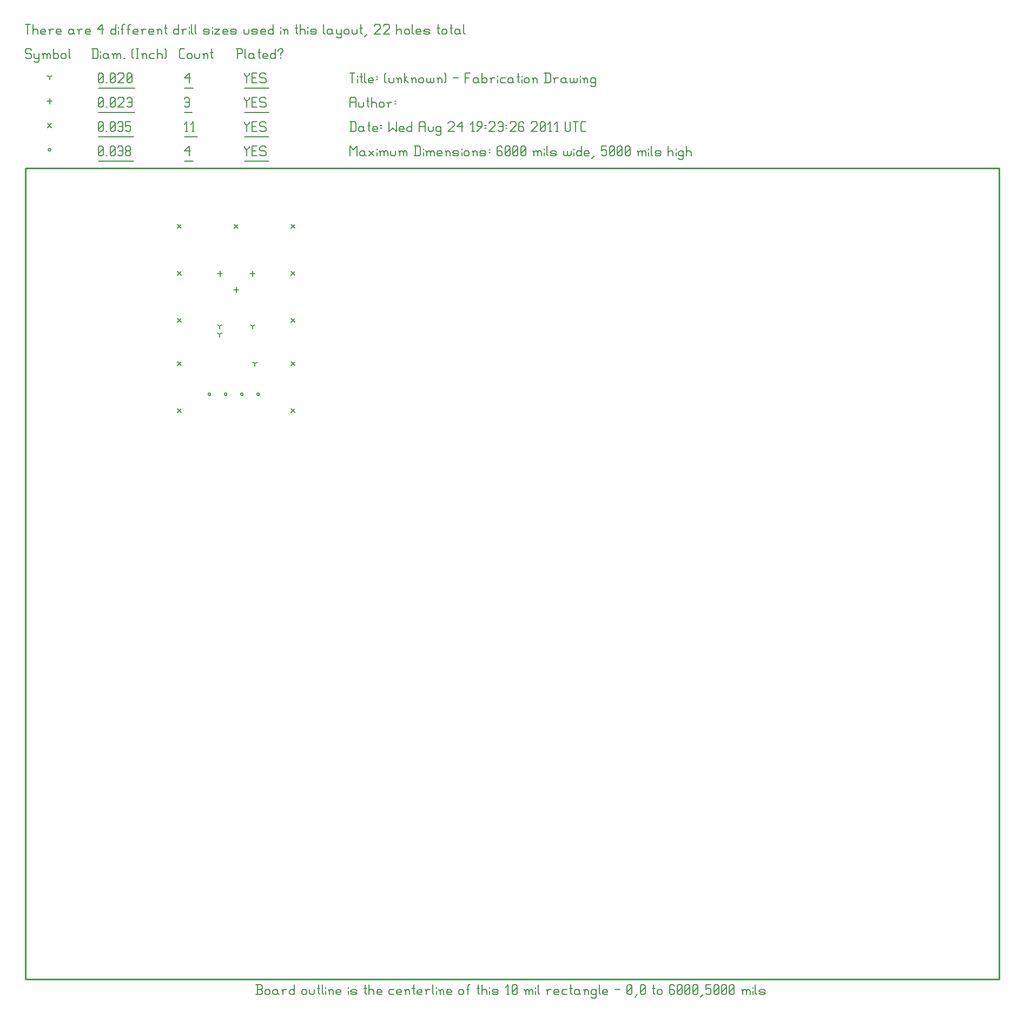
<source format=gbr>
G04 start of page 9 for group -3984 idx -3984 *
G04 Title: (unknown), fab *
G04 Creator: pcb 20100929 *
G04 CreationDate: Wed Aug 24 19:23:26 2011 UTC *
G04 For: user1 *
G04 Format: Gerber/RS-274X *
G04 PCB-Dimensions: 600000 500000 *
G04 PCB-Coordinate-Origin: lower left *
%MOIN*%
%FSLAX25Y25*%
%LNFAB*%
%ADD12C,0.0100*%
%ADD29C,0.0060*%
%ADD30R,0.0080X0.0080*%
G54D30*X112700Y360500D02*G75*G03X114300Y360500I800J0D01*G01*
G75*G03X112700Y360500I-800J0D01*G01*
X122700D02*G75*G03X124300Y360500I800J0D01*G01*
G75*G03X122700Y360500I-800J0D01*G01*
X132700D02*G75*G03X134300Y360500I800J0D01*G01*
G75*G03X132700Y360500I-800J0D01*G01*
X142700D02*G75*G03X144300Y360500I800J0D01*G01*
G75*G03X142700Y360500I-800J0D01*G01*
X14200Y511250D02*G75*G03X15800Y511250I800J0D01*G01*
G75*G03X14200Y511250I-800J0D01*G01*
G54D29*X135000Y513500D02*Y512750D01*
X136500Y511250D01*
X138000Y512750D01*
Y513500D02*Y512750D01*
X136500Y511250D02*Y507500D01*
X139801Y510500D02*X142051D01*
X139801Y507500D02*X142801D01*
X139801Y513500D02*Y507500D01*
Y513500D02*X142801D01*
X147603D02*X148353Y512750D01*
X145353Y513500D02*X147603D01*
X144603Y512750D02*X145353Y513500D01*
X144603Y512750D02*Y511250D01*
X145353Y510500D01*
X147603D01*
X148353Y509750D01*
Y508250D01*
X147603Y507500D02*X148353Y508250D01*
X145353Y507500D02*X147603D01*
X144603Y508250D02*X145353Y507500D01*
X135000Y504249D02*X150154D01*
X98000Y510500D02*X101000Y513500D01*
X98000Y510500D02*X101750D01*
X101000Y513500D02*Y507500D01*
X98000Y504249D02*X103551D01*
X45000Y508250D02*X45750Y507500D01*
X45000Y512750D02*Y508250D01*
Y512750D02*X45750Y513500D01*
X47250D01*
X48000Y512750D01*
Y508250D01*
X47250Y507500D02*X48000Y508250D01*
X45750Y507500D02*X47250D01*
X45000Y509000D02*X48000Y512000D01*
X49801Y507500D02*X50551D01*
X52353Y508250D02*X53103Y507500D01*
X52353Y512750D02*Y508250D01*
Y512750D02*X53103Y513500D01*
X54603D01*
X55353Y512750D01*
Y508250D01*
X54603Y507500D02*X55353Y508250D01*
X53103Y507500D02*X54603D01*
X52353Y509000D02*X55353Y512000D01*
X57154Y512750D02*X57904Y513500D01*
X59404D01*
X60154Y512750D01*
Y508250D01*
X59404Y507500D02*X60154Y508250D01*
X57904Y507500D02*X59404D01*
X57154Y508250D02*X57904Y507500D01*
Y510500D02*X60154D01*
X61956Y508250D02*X62706Y507500D01*
X61956Y509750D02*Y508250D01*
Y509750D02*X62706Y510500D01*
X64206D01*
X64956Y509750D01*
Y508250D01*
X64206Y507500D02*X64956Y508250D01*
X62706Y507500D02*X64206D01*
X61956Y511250D02*X62706Y510500D01*
X61956Y512750D02*Y511250D01*
Y512750D02*X62706Y513500D01*
X64206D01*
X64956Y512750D01*
Y511250D01*
X64206Y510500D02*X64956Y511250D01*
X45000Y504249D02*X66757D01*
X163800Y380700D02*X166200Y378300D01*
X163800D02*X166200Y380700D01*
X93800D02*X96200Y378300D01*
X93800D02*X96200Y380700D01*
X163800Y465200D02*X166200Y462800D01*
X163800D02*X166200Y465200D01*
X163800Y407200D02*X166200Y404800D01*
X163800D02*X166200Y407200D01*
X93800Y465200D02*X96200Y462800D01*
X93800D02*X96200Y465200D01*
X93800Y407200D02*X96200Y404800D01*
X93800D02*X96200Y407200D01*
X93800Y436200D02*X96200Y433800D01*
X93800D02*X96200Y436200D01*
X163800D02*X166200Y433800D01*
X163800D02*X166200Y436200D01*
X128800Y465200D02*X131200Y462800D01*
X128800D02*X131200Y465200D01*
X93800Y351700D02*X96200Y349300D01*
X93800D02*X96200Y351700D01*
X163800D02*X166200Y349300D01*
X163800D02*X166200Y351700D01*
X13800Y527450D02*X16200Y525050D01*
X13800D02*X16200Y527450D01*
X135000Y528500D02*Y527750D01*
X136500Y526250D01*
X138000Y527750D01*
Y528500D02*Y527750D01*
X136500Y526250D02*Y522500D01*
X139801Y525500D02*X142051D01*
X139801Y522500D02*X142801D01*
X139801Y528500D02*Y522500D01*
Y528500D02*X142801D01*
X147603D02*X148353Y527750D01*
X145353Y528500D02*X147603D01*
X144603Y527750D02*X145353Y528500D01*
X144603Y527750D02*Y526250D01*
X145353Y525500D01*
X147603D01*
X148353Y524750D01*
Y523250D01*
X147603Y522500D02*X148353Y523250D01*
X145353Y522500D02*X147603D01*
X144603Y523250D02*X145353Y522500D01*
X135000Y519249D02*X150154D01*
X98750Y522500D02*X100250D01*
X99500Y528500D02*Y522500D01*
X98000Y527000D02*X99500Y528500D01*
X102801Y522500D02*X104301D01*
X103551Y528500D02*Y522500D01*
X102051Y527000D02*X103551Y528500D01*
X98000Y519249D02*X106103D01*
X45000Y523250D02*X45750Y522500D01*
X45000Y527750D02*Y523250D01*
Y527750D02*X45750Y528500D01*
X47250D01*
X48000Y527750D01*
Y523250D01*
X47250Y522500D02*X48000Y523250D01*
X45750Y522500D02*X47250D01*
X45000Y524000D02*X48000Y527000D01*
X49801Y522500D02*X50551D01*
X52353Y523250D02*X53103Y522500D01*
X52353Y527750D02*Y523250D01*
Y527750D02*X53103Y528500D01*
X54603D01*
X55353Y527750D01*
Y523250D01*
X54603Y522500D02*X55353Y523250D01*
X53103Y522500D02*X54603D01*
X52353Y524000D02*X55353Y527000D01*
X57154Y527750D02*X57904Y528500D01*
X59404D01*
X60154Y527750D01*
Y523250D01*
X59404Y522500D02*X60154Y523250D01*
X57904Y522500D02*X59404D01*
X57154Y523250D02*X57904Y522500D01*
Y525500D02*X60154D01*
X61956Y528500D02*X64956D01*
X61956D02*Y525500D01*
X62706Y526250D01*
X64206D01*
X64956Y525500D01*
Y523250D01*
X64206Y522500D02*X64956Y523250D01*
X62706Y522500D02*X64206D01*
X61956Y523250D02*X62706Y522500D01*
X45000Y519249D02*X66757D01*
X140000Y436600D02*Y433400D01*
X138400Y435000D02*X141600D01*
X120000Y436600D02*Y433400D01*
X118400Y435000D02*X121600D01*
X130000Y426600D02*Y423400D01*
X128400Y425000D02*X131600D01*
X15000Y542850D02*Y539650D01*
X13400Y541250D02*X16600D01*
X135000Y543500D02*Y542750D01*
X136500Y541250D01*
X138000Y542750D01*
Y543500D02*Y542750D01*
X136500Y541250D02*Y537500D01*
X139801Y540500D02*X142051D01*
X139801Y537500D02*X142801D01*
X139801Y543500D02*Y537500D01*
Y543500D02*X142801D01*
X147603D02*X148353Y542750D01*
X145353Y543500D02*X147603D01*
X144603Y542750D02*X145353Y543500D01*
X144603Y542750D02*Y541250D01*
X145353Y540500D01*
X147603D01*
X148353Y539750D01*
Y538250D01*
X147603Y537500D02*X148353Y538250D01*
X145353Y537500D02*X147603D01*
X144603Y538250D02*X145353Y537500D01*
X135000Y534249D02*X150154D01*
X98000Y542750D02*X98750Y543500D01*
X100250D01*
X101000Y542750D01*
Y538250D01*
X100250Y537500D02*X101000Y538250D01*
X98750Y537500D02*X100250D01*
X98000Y538250D02*X98750Y537500D01*
Y540500D02*X101000D01*
X98000Y534249D02*X102801D01*
X45000Y538250D02*X45750Y537500D01*
X45000Y542750D02*Y538250D01*
Y542750D02*X45750Y543500D01*
X47250D01*
X48000Y542750D01*
Y538250D01*
X47250Y537500D02*X48000Y538250D01*
X45750Y537500D02*X47250D01*
X45000Y539000D02*X48000Y542000D01*
X49801Y537500D02*X50551D01*
X52353Y538250D02*X53103Y537500D01*
X52353Y542750D02*Y538250D01*
Y542750D02*X53103Y543500D01*
X54603D01*
X55353Y542750D01*
Y538250D01*
X54603Y537500D02*X55353Y538250D01*
X53103Y537500D02*X54603D01*
X52353Y539000D02*X55353Y542000D01*
X57154Y542750D02*X57904Y543500D01*
X60154D01*
X60904Y542750D01*
Y541250D01*
X57154Y537500D02*X60904Y541250D01*
X57154Y537500D02*X60904D01*
X62706Y542750D02*X63456Y543500D01*
X64956D01*
X65706Y542750D01*
Y538250D01*
X64956Y537500D02*X65706Y538250D01*
X63456Y537500D02*X64956D01*
X62706Y538250D02*X63456Y537500D01*
Y540500D02*X65706D01*
X45000Y534249D02*X67507D01*
X119750Y402500D02*Y400900D01*
Y402500D02*X121136Y403300D01*
X119750Y402500D02*X118364Y403300D01*
X140250Y402500D02*Y400900D01*
Y402500D02*X141636Y403300D01*
X140250Y402500D02*X138864Y403300D01*
X119750Y397500D02*Y395900D01*
Y397500D02*X121136Y398300D01*
X119750Y397500D02*X118364Y398300D01*
X141595Y379500D02*Y377900D01*
Y379500D02*X142981Y380300D01*
X141595Y379500D02*X140209Y380300D01*
X15000Y556250D02*Y554650D01*
Y556250D02*X16386Y557050D01*
X15000Y556250D02*X13614Y557050D01*
X135000Y558500D02*Y557750D01*
X136500Y556250D01*
X138000Y557750D01*
Y558500D02*Y557750D01*
X136500Y556250D02*Y552500D01*
X139801Y555500D02*X142051D01*
X139801Y552500D02*X142801D01*
X139801Y558500D02*Y552500D01*
Y558500D02*X142801D01*
X147603D02*X148353Y557750D01*
X145353Y558500D02*X147603D01*
X144603Y557750D02*X145353Y558500D01*
X144603Y557750D02*Y556250D01*
X145353Y555500D01*
X147603D01*
X148353Y554750D01*
Y553250D01*
X147603Y552500D02*X148353Y553250D01*
X145353Y552500D02*X147603D01*
X144603Y553250D02*X145353Y552500D01*
X135000Y549249D02*X150154D01*
X98000Y555500D02*X101000Y558500D01*
X98000Y555500D02*X101750D01*
X101000Y558500D02*Y552500D01*
X98000Y549249D02*X103551D01*
X45000Y553250D02*X45750Y552500D01*
X45000Y557750D02*Y553250D01*
Y557750D02*X45750Y558500D01*
X47250D01*
X48000Y557750D01*
Y553250D01*
X47250Y552500D02*X48000Y553250D01*
X45750Y552500D02*X47250D01*
X45000Y554000D02*X48000Y557000D01*
X49801Y552500D02*X50551D01*
X52353Y553250D02*X53103Y552500D01*
X52353Y557750D02*Y553250D01*
Y557750D02*X53103Y558500D01*
X54603D01*
X55353Y557750D01*
Y553250D01*
X54603Y552500D02*X55353Y553250D01*
X53103Y552500D02*X54603D01*
X52353Y554000D02*X55353Y557000D01*
X57154Y557750D02*X57904Y558500D01*
X60154D01*
X60904Y557750D01*
Y556250D01*
X57154Y552500D02*X60904Y556250D01*
X57154Y552500D02*X60904D01*
X62706Y553250D02*X63456Y552500D01*
X62706Y557750D02*Y553250D01*
Y557750D02*X63456Y558500D01*
X64956D01*
X65706Y557750D01*
Y553250D01*
X64956Y552500D02*X65706Y553250D01*
X63456Y552500D02*X64956D01*
X62706Y554000D02*X65706Y557000D01*
X45000Y549249D02*X67507D01*
X3000Y573500D02*X3750Y572750D01*
X750Y573500D02*X3000D01*
X0Y572750D02*X750Y573500D01*
X0Y572750D02*Y571250D01*
X750Y570500D01*
X3000D01*
X3750Y569750D01*
Y568250D01*
X3000Y567500D02*X3750Y568250D01*
X750Y567500D02*X3000D01*
X0Y568250D02*X750Y567500D01*
X5551Y570500D02*Y568250D01*
X6301Y567500D01*
X8551Y570500D02*Y566000D01*
X7801Y565250D02*X8551Y566000D01*
X6301Y565250D02*X7801D01*
X5551Y566000D02*X6301Y565250D01*
Y567500D02*X7801D01*
X8551Y568250D01*
X11103Y569750D02*Y567500D01*
Y569750D02*X11853Y570500D01*
X12603D01*
X13353Y569750D01*
Y567500D01*
Y569750D02*X14103Y570500D01*
X14853D01*
X15603Y569750D01*
Y567500D01*
X10353Y570500D02*X11103Y569750D01*
X17404Y573500D02*Y567500D01*
Y568250D02*X18154Y567500D01*
X19654D01*
X20404Y568250D01*
Y569750D02*Y568250D01*
X19654Y570500D02*X20404Y569750D01*
X18154Y570500D02*X19654D01*
X17404Y569750D02*X18154Y570500D01*
X22206Y569750D02*Y568250D01*
Y569750D02*X22956Y570500D01*
X24456D01*
X25206Y569750D01*
Y568250D01*
X24456Y567500D02*X25206Y568250D01*
X22956Y567500D02*X24456D01*
X22206Y568250D02*X22956Y567500D01*
X27007Y573500D02*Y568250D01*
X27757Y567500D01*
X41750Y573500D02*Y567500D01*
X44000Y573500D02*X44750Y572750D01*
Y568250D01*
X44000Y567500D02*X44750Y568250D01*
X41000Y567500D02*X44000D01*
X41000Y573500D02*X44000D01*
X46551Y572000D02*Y571250D01*
Y569750D02*Y567500D01*
X50303Y570500D02*X51053Y569750D01*
X48803Y570500D02*X50303D01*
X48053Y569750D02*X48803Y570500D01*
X48053Y569750D02*Y568250D01*
X48803Y567500D01*
X51053Y570500D02*Y568250D01*
X51803Y567500D01*
X48803D02*X50303D01*
X51053Y568250D01*
X54354Y569750D02*Y567500D01*
Y569750D02*X55104Y570500D01*
X55854D01*
X56604Y569750D01*
Y567500D01*
Y569750D02*X57354Y570500D01*
X58104D01*
X58854Y569750D01*
Y567500D01*
X53604Y570500D02*X54354Y569750D01*
X60656Y567500D02*X61406D01*
X65907Y568250D02*X66657Y567500D01*
X65907Y572750D02*X66657Y573500D01*
X65907Y572750D02*Y568250D01*
X68459Y573500D02*X69959D01*
X69209D02*Y567500D01*
X68459D02*X69959D01*
X72510Y569750D02*Y567500D01*
Y569750D02*X73260Y570500D01*
X74010D01*
X74760Y569750D01*
Y567500D01*
X71760Y570500D02*X72510Y569750D01*
X77312Y570500D02*X79562D01*
X76562Y569750D02*X77312Y570500D01*
X76562Y569750D02*Y568250D01*
X77312Y567500D01*
X79562D01*
X81363Y573500D02*Y567500D01*
Y569750D02*X82113Y570500D01*
X83613D01*
X84363Y569750D01*
Y567500D01*
X86165Y573500D02*X86915Y572750D01*
Y568250D01*
X86165Y567500D02*X86915Y568250D01*
X95750Y567500D02*X98000D01*
X95000Y568250D02*X95750Y567500D01*
X95000Y572750D02*Y568250D01*
Y572750D02*X95750Y573500D01*
X98000D01*
X99801Y569750D02*Y568250D01*
Y569750D02*X100551Y570500D01*
X102051D01*
X102801Y569750D01*
Y568250D01*
X102051Y567500D02*X102801Y568250D01*
X100551Y567500D02*X102051D01*
X99801Y568250D02*X100551Y567500D01*
X104603Y570500D02*Y568250D01*
X105353Y567500D01*
X106853D01*
X107603Y568250D01*
Y570500D02*Y568250D01*
X110154Y569750D02*Y567500D01*
Y569750D02*X110904Y570500D01*
X111654D01*
X112404Y569750D01*
Y567500D01*
X109404Y570500D02*X110154Y569750D01*
X114956Y573500D02*Y568250D01*
X115706Y567500D01*
X114206Y571250D02*X115706D01*
X130750Y573500D02*Y567500D01*
X130000Y573500D02*X133000D01*
X133750Y572750D01*
Y571250D01*
X133000Y570500D02*X133750Y571250D01*
X130750Y570500D02*X133000D01*
X135551Y573500D02*Y568250D01*
X136301Y567500D01*
X140053Y570500D02*X140803Y569750D01*
X138553Y570500D02*X140053D01*
X137803Y569750D02*X138553Y570500D01*
X137803Y569750D02*Y568250D01*
X138553Y567500D01*
X140803Y570500D02*Y568250D01*
X141553Y567500D01*
X138553D02*X140053D01*
X140803Y568250D01*
X144104Y573500D02*Y568250D01*
X144854Y567500D01*
X143354Y571250D02*X144854D01*
X147106Y567500D02*X149356D01*
X146356Y568250D02*X147106Y567500D01*
X146356Y569750D02*Y568250D01*
Y569750D02*X147106Y570500D01*
X148606D01*
X149356Y569750D01*
X146356Y569000D02*X149356D01*
Y569750D02*Y569000D01*
X154157Y573500D02*Y567500D01*
X153407D02*X154157Y568250D01*
X151907Y567500D02*X153407D01*
X151157Y568250D02*X151907Y567500D01*
X151157Y569750D02*Y568250D01*
Y569750D02*X151907Y570500D01*
X153407D01*
X154157Y569750D01*
X157459Y570500D02*Y569750D01*
Y568250D02*Y567500D01*
X155959Y572750D02*Y572000D01*
Y572750D02*X156709Y573500D01*
X158209D01*
X158959Y572750D01*
Y572000D01*
X157459Y570500D02*X158959Y572000D01*
X0Y588500D02*X3000D01*
X1500D02*Y582500D01*
X4801Y588500D02*Y582500D01*
Y584750D02*X5551Y585500D01*
X7051D01*
X7801Y584750D01*
Y582500D01*
X10353D02*X12603D01*
X9603Y583250D02*X10353Y582500D01*
X9603Y584750D02*Y583250D01*
Y584750D02*X10353Y585500D01*
X11853D01*
X12603Y584750D01*
X9603Y584000D02*X12603D01*
Y584750D02*Y584000D01*
X15154Y584750D02*Y582500D01*
Y584750D02*X15904Y585500D01*
X17404D01*
X14404D02*X15154Y584750D01*
X19956Y582500D02*X22206D01*
X19206Y583250D02*X19956Y582500D01*
X19206Y584750D02*Y583250D01*
Y584750D02*X19956Y585500D01*
X21456D01*
X22206Y584750D01*
X19206Y584000D02*X22206D01*
Y584750D02*Y584000D01*
X28957Y585500D02*X29707Y584750D01*
X27457Y585500D02*X28957D01*
X26707Y584750D02*X27457Y585500D01*
X26707Y584750D02*Y583250D01*
X27457Y582500D01*
X29707Y585500D02*Y583250D01*
X30457Y582500D01*
X27457D02*X28957D01*
X29707Y583250D01*
X33009Y584750D02*Y582500D01*
Y584750D02*X33759Y585500D01*
X35259D01*
X32259D02*X33009Y584750D01*
X37810Y582500D02*X40060D01*
X37060Y583250D02*X37810Y582500D01*
X37060Y584750D02*Y583250D01*
Y584750D02*X37810Y585500D01*
X39310D01*
X40060Y584750D01*
X37060Y584000D02*X40060D01*
Y584750D02*Y584000D01*
X44562Y585500D02*X47562Y588500D01*
X44562Y585500D02*X48312D01*
X47562Y588500D02*Y582500D01*
X55813Y588500D02*Y582500D01*
X55063D02*X55813Y583250D01*
X53563Y582500D02*X55063D01*
X52813Y583250D02*X53563Y582500D01*
X52813Y584750D02*Y583250D01*
Y584750D02*X53563Y585500D01*
X55063D01*
X55813Y584750D01*
X57615Y587000D02*Y586250D01*
Y584750D02*Y582500D01*
X59866Y587750D02*Y582500D01*
Y587750D02*X60616Y588500D01*
X61366D01*
X59116Y585500D02*X60616D01*
X63618Y587750D02*Y582500D01*
Y587750D02*X64368Y588500D01*
X65118D01*
X62868Y585500D02*X64368D01*
X67369Y582500D02*X69619D01*
X66619Y583250D02*X67369Y582500D01*
X66619Y584750D02*Y583250D01*
Y584750D02*X67369Y585500D01*
X68869D01*
X69619Y584750D01*
X66619Y584000D02*X69619D01*
Y584750D02*Y584000D01*
X72171Y584750D02*Y582500D01*
Y584750D02*X72921Y585500D01*
X74421D01*
X71421D02*X72171Y584750D01*
X76972Y582500D02*X79222D01*
X76222Y583250D02*X76972Y582500D01*
X76222Y584750D02*Y583250D01*
Y584750D02*X76972Y585500D01*
X78472D01*
X79222Y584750D01*
X76222Y584000D02*X79222D01*
Y584750D02*Y584000D01*
X81774Y584750D02*Y582500D01*
Y584750D02*X82524Y585500D01*
X83274D01*
X84024Y584750D01*
Y582500D01*
X81024Y585500D02*X81774Y584750D01*
X86575Y588500D02*Y583250D01*
X87325Y582500D01*
X85825Y586250D02*X87325D01*
X94527Y588500D02*Y582500D01*
X93777D02*X94527Y583250D01*
X92277Y582500D02*X93777D01*
X91527Y583250D02*X92277Y582500D01*
X91527Y584750D02*Y583250D01*
Y584750D02*X92277Y585500D01*
X93777D01*
X94527Y584750D01*
X97078D02*Y582500D01*
Y584750D02*X97828Y585500D01*
X99328D01*
X96328D02*X97078Y584750D01*
X101130Y587000D02*Y586250D01*
Y584750D02*Y582500D01*
X102631Y588500D02*Y583250D01*
X103381Y582500D01*
X104883Y588500D02*Y583250D01*
X105633Y582500D01*
X110584D02*X112834D01*
X113584Y583250D01*
X112834Y584000D02*X113584Y583250D01*
X110584Y584000D02*X112834D01*
X109834Y584750D02*X110584Y584000D01*
X109834Y584750D02*X110584Y585500D01*
X112834D01*
X113584Y584750D01*
X109834Y583250D02*X110584Y582500D01*
X115386Y587000D02*Y586250D01*
Y584750D02*Y582500D01*
X116887Y585500D02*X119887D01*
X116887Y582500D02*X119887Y585500D01*
X116887Y582500D02*X119887D01*
X122439D02*X124689D01*
X121689Y583250D02*X122439Y582500D01*
X121689Y584750D02*Y583250D01*
Y584750D02*X122439Y585500D01*
X123939D01*
X124689Y584750D01*
X121689Y584000D02*X124689D01*
Y584750D02*Y584000D01*
X127240Y582500D02*X129490D01*
X130240Y583250D01*
X129490Y584000D02*X130240Y583250D01*
X127240Y584000D02*X129490D01*
X126490Y584750D02*X127240Y584000D01*
X126490Y584750D02*X127240Y585500D01*
X129490D01*
X130240Y584750D01*
X126490Y583250D02*X127240Y582500D01*
X134742Y585500D02*Y583250D01*
X135492Y582500D01*
X136992D01*
X137742Y583250D01*
Y585500D02*Y583250D01*
X140293Y582500D02*X142543D01*
X143293Y583250D01*
X142543Y584000D02*X143293Y583250D01*
X140293Y584000D02*X142543D01*
X139543Y584750D02*X140293Y584000D01*
X139543Y584750D02*X140293Y585500D01*
X142543D01*
X143293Y584750D01*
X139543Y583250D02*X140293Y582500D01*
X145845D02*X148095D01*
X145095Y583250D02*X145845Y582500D01*
X145095Y584750D02*Y583250D01*
Y584750D02*X145845Y585500D01*
X147345D01*
X148095Y584750D01*
X145095Y584000D02*X148095D01*
Y584750D02*Y584000D01*
X152896Y588500D02*Y582500D01*
X152146D02*X152896Y583250D01*
X150646Y582500D02*X152146D01*
X149896Y583250D02*X150646Y582500D01*
X149896Y584750D02*Y583250D01*
Y584750D02*X150646Y585500D01*
X152146D01*
X152896Y584750D01*
X157398Y587000D02*Y586250D01*
Y584750D02*Y582500D01*
X159649Y584750D02*Y582500D01*
Y584750D02*X160399Y585500D01*
X161149D01*
X161899Y584750D01*
Y582500D01*
X158899Y585500D02*X159649Y584750D01*
X167151Y588500D02*Y583250D01*
X167901Y582500D01*
X166401Y586250D02*X167901D01*
X169402Y588500D02*Y582500D01*
Y584750D02*X170152Y585500D01*
X171652D01*
X172402Y584750D01*
Y582500D01*
X174204Y587000D02*Y586250D01*
Y584750D02*Y582500D01*
X176455D02*X178705D01*
X179455Y583250D01*
X178705Y584000D02*X179455Y583250D01*
X176455Y584000D02*X178705D01*
X175705Y584750D02*X176455Y584000D01*
X175705Y584750D02*X176455Y585500D01*
X178705D01*
X179455Y584750D01*
X175705Y583250D02*X176455Y582500D01*
X183957Y588500D02*Y583250D01*
X184707Y582500D01*
X188458Y585500D02*X189208Y584750D01*
X186958Y585500D02*X188458D01*
X186208Y584750D02*X186958Y585500D01*
X186208Y584750D02*Y583250D01*
X186958Y582500D01*
X189208Y585500D02*Y583250D01*
X189958Y582500D01*
X186958D02*X188458D01*
X189208Y583250D01*
X191760Y585500D02*Y583250D01*
X192510Y582500D01*
X194760Y585500D02*Y581000D01*
X194010Y580250D02*X194760Y581000D01*
X192510Y580250D02*X194010D01*
X191760Y581000D02*X192510Y580250D01*
Y582500D02*X194010D01*
X194760Y583250D01*
X196561Y584750D02*Y583250D01*
Y584750D02*X197311Y585500D01*
X198811D01*
X199561Y584750D01*
Y583250D01*
X198811Y582500D02*X199561Y583250D01*
X197311Y582500D02*X198811D01*
X196561Y583250D02*X197311Y582500D01*
X201363Y585500D02*Y583250D01*
X202113Y582500D01*
X203613D01*
X204363Y583250D01*
Y585500D02*Y583250D01*
X206914Y588500D02*Y583250D01*
X207664Y582500D01*
X206164Y586250D02*X207664D01*
X209166Y581000D02*X210666Y582500D01*
X215167Y587750D02*X215917Y588500D01*
X218167D01*
X218917Y587750D01*
Y586250D01*
X215167Y582500D02*X218917Y586250D01*
X215167Y582500D02*X218917D01*
X220719Y587750D02*X221469Y588500D01*
X223719D01*
X224469Y587750D01*
Y586250D01*
X220719Y582500D02*X224469Y586250D01*
X220719Y582500D02*X224469D01*
X228970Y588500D02*Y582500D01*
Y584750D02*X229720Y585500D01*
X231220D01*
X231970Y584750D01*
Y582500D01*
X233772Y584750D02*Y583250D01*
Y584750D02*X234522Y585500D01*
X236022D01*
X236772Y584750D01*
Y583250D01*
X236022Y582500D02*X236772Y583250D01*
X234522Y582500D02*X236022D01*
X233772Y583250D02*X234522Y582500D01*
X238573Y588500D02*Y583250D01*
X239323Y582500D01*
X241575D02*X243825D01*
X240825Y583250D02*X241575Y582500D01*
X240825Y584750D02*Y583250D01*
Y584750D02*X241575Y585500D01*
X243075D01*
X243825Y584750D01*
X240825Y584000D02*X243825D01*
Y584750D02*Y584000D01*
X246376Y582500D02*X248626D01*
X249376Y583250D01*
X248626Y584000D02*X249376Y583250D01*
X246376Y584000D02*X248626D01*
X245626Y584750D02*X246376Y584000D01*
X245626Y584750D02*X246376Y585500D01*
X248626D01*
X249376Y584750D01*
X245626Y583250D02*X246376Y582500D01*
X254628Y588500D02*Y583250D01*
X255378Y582500D01*
X253878Y586250D02*X255378D01*
X256879Y584750D02*Y583250D01*
Y584750D02*X257629Y585500D01*
X259129D01*
X259879Y584750D01*
Y583250D01*
X259129Y582500D02*X259879Y583250D01*
X257629Y582500D02*X259129D01*
X256879Y583250D02*X257629Y582500D01*
X262431Y588500D02*Y583250D01*
X263181Y582500D01*
X261681Y586250D02*X263181D01*
X266932Y585500D02*X267682Y584750D01*
X265432Y585500D02*X266932D01*
X264682Y584750D02*X265432Y585500D01*
X264682Y584750D02*Y583250D01*
X265432Y582500D01*
X267682Y585500D02*Y583250D01*
X268432Y582500D01*
X265432D02*X266932D01*
X267682Y583250D01*
X270234Y588500D02*Y583250D01*
X270984Y582500D01*
G54D12*X0Y500000D02*X600000D01*
X0D02*Y0D01*
X600000Y500000D02*Y0D01*
X0D02*X600000D01*
G54D29*X200000Y513500D02*Y507500D01*
Y513500D02*X202250Y511250D01*
X204500Y513500D01*
Y507500D01*
X208551Y510500D02*X209301Y509750D01*
X207051Y510500D02*X208551D01*
X206301Y509750D02*X207051Y510500D01*
X206301Y509750D02*Y508250D01*
X207051Y507500D01*
X209301Y510500D02*Y508250D01*
X210051Y507500D01*
X207051D02*X208551D01*
X209301Y508250D01*
X211853Y510500D02*X214853Y507500D01*
X211853D02*X214853Y510500D01*
X216654Y512000D02*Y511250D01*
Y509750D02*Y507500D01*
X218906Y509750D02*Y507500D01*
Y509750D02*X219656Y510500D01*
X220406D01*
X221156Y509750D01*
Y507500D01*
Y509750D02*X221906Y510500D01*
X222656D01*
X223406Y509750D01*
Y507500D01*
X218156Y510500D02*X218906Y509750D01*
X225207Y510500D02*Y508250D01*
X225957Y507500D01*
X227457D01*
X228207Y508250D01*
Y510500D02*Y508250D01*
X230759Y509750D02*Y507500D01*
Y509750D02*X231509Y510500D01*
X232259D01*
X233009Y509750D01*
Y507500D01*
Y509750D02*X233759Y510500D01*
X234509D01*
X235259Y509750D01*
Y507500D01*
X230009Y510500D02*X230759Y509750D01*
X240510Y513500D02*Y507500D01*
X242760Y513500D02*X243510Y512750D01*
Y508250D01*
X242760Y507500D02*X243510Y508250D01*
X239760Y507500D02*X242760D01*
X239760Y513500D02*X242760D01*
X245312Y512000D02*Y511250D01*
Y509750D02*Y507500D01*
X247563Y509750D02*Y507500D01*
Y509750D02*X248313Y510500D01*
X249063D01*
X249813Y509750D01*
Y507500D01*
Y509750D02*X250563Y510500D01*
X251313D01*
X252063Y509750D01*
Y507500D01*
X246813Y510500D02*X247563Y509750D01*
X254615Y507500D02*X256865D01*
X253865Y508250D02*X254615Y507500D01*
X253865Y509750D02*Y508250D01*
Y509750D02*X254615Y510500D01*
X256115D01*
X256865Y509750D01*
X253865Y509000D02*X256865D01*
Y509750D02*Y509000D01*
X259416Y509750D02*Y507500D01*
Y509750D02*X260166Y510500D01*
X260916D01*
X261666Y509750D01*
Y507500D01*
X258666Y510500D02*X259416Y509750D01*
X264218Y507500D02*X266468D01*
X267218Y508250D01*
X266468Y509000D02*X267218Y508250D01*
X264218Y509000D02*X266468D01*
X263468Y509750D02*X264218Y509000D01*
X263468Y509750D02*X264218Y510500D01*
X266468D01*
X267218Y509750D01*
X263468Y508250D02*X264218Y507500D01*
X269019Y512000D02*Y511250D01*
Y509750D02*Y507500D01*
X270521Y509750D02*Y508250D01*
Y509750D02*X271271Y510500D01*
X272771D01*
X273521Y509750D01*
Y508250D01*
X272771Y507500D02*X273521Y508250D01*
X271271Y507500D02*X272771D01*
X270521Y508250D02*X271271Y507500D01*
X276072Y509750D02*Y507500D01*
Y509750D02*X276822Y510500D01*
X277572D01*
X278322Y509750D01*
Y507500D01*
X275322Y510500D02*X276072Y509750D01*
X280874Y507500D02*X283124D01*
X283874Y508250D01*
X283124Y509000D02*X283874Y508250D01*
X280874Y509000D02*X283124D01*
X280124Y509750D02*X280874Y509000D01*
X280124Y509750D02*X280874Y510500D01*
X283124D01*
X283874Y509750D01*
X280124Y508250D02*X280874Y507500D01*
X285675Y511250D02*X286425D01*
X285675Y509750D02*X286425D01*
X293177Y513500D02*X293927Y512750D01*
X291677Y513500D02*X293177D01*
X290927Y512750D02*X291677Y513500D01*
X290927Y512750D02*Y508250D01*
X291677Y507500D01*
X293177Y510500D02*X293927Y509750D01*
X290927Y510500D02*X293177D01*
X291677Y507500D02*X293177D01*
X293927Y508250D01*
Y509750D02*Y508250D01*
X295728D02*X296478Y507500D01*
X295728Y512750D02*Y508250D01*
Y512750D02*X296478Y513500D01*
X297978D01*
X298728Y512750D01*
Y508250D01*
X297978Y507500D02*X298728Y508250D01*
X296478Y507500D02*X297978D01*
X295728Y509000D02*X298728Y512000D01*
X300530Y508250D02*X301280Y507500D01*
X300530Y512750D02*Y508250D01*
Y512750D02*X301280Y513500D01*
X302780D01*
X303530Y512750D01*
Y508250D01*
X302780Y507500D02*X303530Y508250D01*
X301280Y507500D02*X302780D01*
X300530Y509000D02*X303530Y512000D01*
X305331Y508250D02*X306081Y507500D01*
X305331Y512750D02*Y508250D01*
Y512750D02*X306081Y513500D01*
X307581D01*
X308331Y512750D01*
Y508250D01*
X307581Y507500D02*X308331Y508250D01*
X306081Y507500D02*X307581D01*
X305331Y509000D02*X308331Y512000D01*
X313583Y509750D02*Y507500D01*
Y509750D02*X314333Y510500D01*
X315083D01*
X315833Y509750D01*
Y507500D01*
Y509750D02*X316583Y510500D01*
X317333D01*
X318083Y509750D01*
Y507500D01*
X312833Y510500D02*X313583Y509750D01*
X319884Y512000D02*Y511250D01*
Y509750D02*Y507500D01*
X321386Y513500D02*Y508250D01*
X322136Y507500D01*
X324387D02*X326637D01*
X327387Y508250D01*
X326637Y509000D02*X327387Y508250D01*
X324387Y509000D02*X326637D01*
X323637Y509750D02*X324387Y509000D01*
X323637Y509750D02*X324387Y510500D01*
X326637D01*
X327387Y509750D01*
X323637Y508250D02*X324387Y507500D01*
X331889Y510500D02*Y508250D01*
X332639Y507500D01*
X333389D01*
X334139Y508250D01*
Y510500D02*Y508250D01*
X334889Y507500D01*
X335639D01*
X336389Y508250D01*
Y510500D02*Y508250D01*
X338190Y512000D02*Y511250D01*
Y509750D02*Y507500D01*
X342692Y513500D02*Y507500D01*
X341942D02*X342692Y508250D01*
X340442Y507500D02*X341942D01*
X339692Y508250D02*X340442Y507500D01*
X339692Y509750D02*Y508250D01*
Y509750D02*X340442Y510500D01*
X341942D01*
X342692Y509750D01*
X345243Y507500D02*X347493D01*
X344493Y508250D02*X345243Y507500D01*
X344493Y509750D02*Y508250D01*
Y509750D02*X345243Y510500D01*
X346743D01*
X347493Y509750D01*
X344493Y509000D02*X347493D01*
Y509750D02*Y509000D01*
X349295Y506000D02*X350795Y507500D01*
X355296Y513500D02*X358296D01*
X355296D02*Y510500D01*
X356046Y511250D01*
X357546D01*
X358296Y510500D01*
Y508250D01*
X357546Y507500D02*X358296Y508250D01*
X356046Y507500D02*X357546D01*
X355296Y508250D02*X356046Y507500D01*
X360098Y508250D02*X360848Y507500D01*
X360098Y512750D02*Y508250D01*
Y512750D02*X360848Y513500D01*
X362348D01*
X363098Y512750D01*
Y508250D01*
X362348Y507500D02*X363098Y508250D01*
X360848Y507500D02*X362348D01*
X360098Y509000D02*X363098Y512000D01*
X364899Y508250D02*X365649Y507500D01*
X364899Y512750D02*Y508250D01*
Y512750D02*X365649Y513500D01*
X367149D01*
X367899Y512750D01*
Y508250D01*
X367149Y507500D02*X367899Y508250D01*
X365649Y507500D02*X367149D01*
X364899Y509000D02*X367899Y512000D01*
X369701Y508250D02*X370451Y507500D01*
X369701Y512750D02*Y508250D01*
Y512750D02*X370451Y513500D01*
X371951D01*
X372701Y512750D01*
Y508250D01*
X371951Y507500D02*X372701Y508250D01*
X370451Y507500D02*X371951D01*
X369701Y509000D02*X372701Y512000D01*
X377952Y509750D02*Y507500D01*
Y509750D02*X378702Y510500D01*
X379452D01*
X380202Y509750D01*
Y507500D01*
Y509750D02*X380952Y510500D01*
X381702D01*
X382452Y509750D01*
Y507500D01*
X377202Y510500D02*X377952Y509750D01*
X384254Y512000D02*Y511250D01*
Y509750D02*Y507500D01*
X385755Y513500D02*Y508250D01*
X386505Y507500D01*
X388757D02*X391007D01*
X391757Y508250D01*
X391007Y509000D02*X391757Y508250D01*
X388757Y509000D02*X391007D01*
X388007Y509750D02*X388757Y509000D01*
X388007Y509750D02*X388757Y510500D01*
X391007D01*
X391757Y509750D01*
X388007Y508250D02*X388757Y507500D01*
X396258Y513500D02*Y507500D01*
Y509750D02*X397008Y510500D01*
X398508D01*
X399258Y509750D01*
Y507500D01*
X401060Y512000D02*Y511250D01*
Y509750D02*Y507500D01*
X404811Y510500D02*X405561Y509750D01*
X403311Y510500D02*X404811D01*
X402561Y509750D02*X403311Y510500D01*
X402561Y509750D02*Y508250D01*
X403311Y507500D01*
X404811D01*
X405561Y508250D01*
X402561Y506000D02*X403311Y505250D01*
X404811D01*
X405561Y506000D01*
Y510500D02*Y506000D01*
X407363Y513500D02*Y507500D01*
Y509750D02*X408113Y510500D01*
X409613D01*
X410363Y509750D01*
Y507500D01*
X142226Y-9500D02*X145226D01*
X145976Y-8750D01*
Y-7250D02*Y-8750D01*
X145226Y-6500D02*X145976Y-7250D01*
X142976Y-6500D02*X145226D01*
X142976Y-3500D02*Y-9500D01*
X142226Y-3500D02*X145226D01*
X145976Y-4250D01*
Y-5750D01*
X145226Y-6500D02*X145976Y-5750D01*
X147777Y-7250D02*Y-8750D01*
Y-7250D02*X148527Y-6500D01*
X150027D01*
X150777Y-7250D01*
Y-8750D01*
X150027Y-9500D02*X150777Y-8750D01*
X148527Y-9500D02*X150027D01*
X147777Y-8750D02*X148527Y-9500D01*
X154829Y-6500D02*X155579Y-7250D01*
X153329Y-6500D02*X154829D01*
X152579Y-7250D02*X153329Y-6500D01*
X152579Y-7250D02*Y-8750D01*
X153329Y-9500D01*
X155579Y-6500D02*Y-8750D01*
X156329Y-9500D01*
X153329D02*X154829D01*
X155579Y-8750D01*
X158880Y-7250D02*Y-9500D01*
Y-7250D02*X159630Y-6500D01*
X161130D01*
X158130D02*X158880Y-7250D01*
X165932Y-3500D02*Y-9500D01*
X165182D02*X165932Y-8750D01*
X163682Y-9500D02*X165182D01*
X162932Y-8750D02*X163682Y-9500D01*
X162932Y-7250D02*Y-8750D01*
Y-7250D02*X163682Y-6500D01*
X165182D01*
X165932Y-7250D01*
X170433D02*Y-8750D01*
Y-7250D02*X171183Y-6500D01*
X172683D01*
X173433Y-7250D01*
Y-8750D01*
X172683Y-9500D02*X173433Y-8750D01*
X171183Y-9500D02*X172683D01*
X170433Y-8750D02*X171183Y-9500D01*
X175235Y-6500D02*Y-8750D01*
X175985Y-9500D01*
X177485D01*
X178235Y-8750D01*
Y-6500D02*Y-8750D01*
X180786Y-3500D02*Y-8750D01*
X181536Y-9500D01*
X180036Y-5750D02*X181536D01*
X183038Y-3500D02*Y-8750D01*
X183788Y-9500D01*
X185289Y-5000D02*Y-5750D01*
Y-7250D02*Y-9500D01*
X187541Y-7250D02*Y-9500D01*
Y-7250D02*X188291Y-6500D01*
X189041D01*
X189791Y-7250D01*
Y-9500D01*
X186791Y-6500D02*X187541Y-7250D01*
X192342Y-9500D02*X194592D01*
X191592Y-8750D02*X192342Y-9500D01*
X191592Y-7250D02*Y-8750D01*
Y-7250D02*X192342Y-6500D01*
X193842D01*
X194592Y-7250D01*
X191592Y-8000D02*X194592D01*
Y-7250D02*Y-8000D01*
X199094Y-5000D02*Y-5750D01*
Y-7250D02*Y-9500D01*
X201345D02*X203595D01*
X204345Y-8750D01*
X203595Y-8000D02*X204345Y-8750D01*
X201345Y-8000D02*X203595D01*
X200595Y-7250D02*X201345Y-8000D01*
X200595Y-7250D02*X201345Y-6500D01*
X203595D01*
X204345Y-7250D01*
X200595Y-8750D02*X201345Y-9500D01*
X209597Y-3500D02*Y-8750D01*
X210347Y-9500D01*
X208847Y-5750D02*X210347D01*
X211848Y-3500D02*Y-9500D01*
Y-7250D02*X212598Y-6500D01*
X214098D01*
X214848Y-7250D01*
Y-9500D01*
X217400D02*X219650D01*
X216650Y-8750D02*X217400Y-9500D01*
X216650Y-7250D02*Y-8750D01*
Y-7250D02*X217400Y-6500D01*
X218900D01*
X219650Y-7250D01*
X216650Y-8000D02*X219650D01*
Y-7250D02*Y-8000D01*
X224901Y-6500D02*X227151D01*
X224151Y-7250D02*X224901Y-6500D01*
X224151Y-7250D02*Y-8750D01*
X224901Y-9500D01*
X227151D01*
X229703D02*X231953D01*
X228953Y-8750D02*X229703Y-9500D01*
X228953Y-7250D02*Y-8750D01*
Y-7250D02*X229703Y-6500D01*
X231203D01*
X231953Y-7250D01*
X228953Y-8000D02*X231953D01*
Y-7250D02*Y-8000D01*
X234504Y-7250D02*Y-9500D01*
Y-7250D02*X235254Y-6500D01*
X236004D01*
X236754Y-7250D01*
Y-9500D01*
X233754Y-6500D02*X234504Y-7250D01*
X239306Y-3500D02*Y-8750D01*
X240056Y-9500D01*
X238556Y-5750D02*X240056D01*
X242307Y-9500D02*X244557D01*
X241557Y-8750D02*X242307Y-9500D01*
X241557Y-7250D02*Y-8750D01*
Y-7250D02*X242307Y-6500D01*
X243807D01*
X244557Y-7250D01*
X241557Y-8000D02*X244557D01*
Y-7250D02*Y-8000D01*
X247109Y-7250D02*Y-9500D01*
Y-7250D02*X247859Y-6500D01*
X249359D01*
X246359D02*X247109Y-7250D01*
X251160Y-3500D02*Y-8750D01*
X251910Y-9500D01*
X253412Y-5000D02*Y-5750D01*
Y-7250D02*Y-9500D01*
X255663Y-7250D02*Y-9500D01*
Y-7250D02*X256413Y-6500D01*
X257163D01*
X257913Y-7250D01*
Y-9500D01*
X254913Y-6500D02*X255663Y-7250D01*
X260465Y-9500D02*X262715D01*
X259715Y-8750D02*X260465Y-9500D01*
X259715Y-7250D02*Y-8750D01*
Y-7250D02*X260465Y-6500D01*
X261965D01*
X262715Y-7250D01*
X259715Y-8000D02*X262715D01*
Y-7250D02*Y-8000D01*
X267216Y-7250D02*Y-8750D01*
Y-7250D02*X267966Y-6500D01*
X269466D01*
X270216Y-7250D01*
Y-8750D01*
X269466Y-9500D02*X270216Y-8750D01*
X267966Y-9500D02*X269466D01*
X267216Y-8750D02*X267966Y-9500D01*
X272768Y-4250D02*Y-9500D01*
Y-4250D02*X273518Y-3500D01*
X274268D01*
X272018Y-6500D02*X273518D01*
X279219Y-3500D02*Y-8750D01*
X279969Y-9500D01*
X278469Y-5750D02*X279969D01*
X281471Y-3500D02*Y-9500D01*
Y-7250D02*X282221Y-6500D01*
X283721D01*
X284471Y-7250D01*
Y-9500D01*
X286272Y-5000D02*Y-5750D01*
Y-7250D02*Y-9500D01*
X288524D02*X290774D01*
X291524Y-8750D01*
X290774Y-8000D02*X291524Y-8750D01*
X288524Y-8000D02*X290774D01*
X287774Y-7250D02*X288524Y-8000D01*
X287774Y-7250D02*X288524Y-6500D01*
X290774D01*
X291524Y-7250D01*
X287774Y-8750D02*X288524Y-9500D01*
X296775D02*X298275D01*
X297525Y-3500D02*Y-9500D01*
X296025Y-5000D02*X297525Y-3500D01*
X300077Y-8750D02*X300827Y-9500D01*
X300077Y-4250D02*Y-8750D01*
Y-4250D02*X300827Y-3500D01*
X302327D01*
X303077Y-4250D01*
Y-8750D01*
X302327Y-9500D02*X303077Y-8750D01*
X300827Y-9500D02*X302327D01*
X300077Y-8000D02*X303077Y-5000D01*
X308328Y-7250D02*Y-9500D01*
Y-7250D02*X309078Y-6500D01*
X309828D01*
X310578Y-7250D01*
Y-9500D01*
Y-7250D02*X311328Y-6500D01*
X312078D01*
X312828Y-7250D01*
Y-9500D01*
X307578Y-6500D02*X308328Y-7250D01*
X314630Y-5000D02*Y-5750D01*
Y-7250D02*Y-9500D01*
X316131Y-3500D02*Y-8750D01*
X316881Y-9500D01*
X321833Y-7250D02*Y-9500D01*
Y-7250D02*X322583Y-6500D01*
X324083D01*
X321083D02*X321833Y-7250D01*
X326634Y-9500D02*X328884D01*
X325884Y-8750D02*X326634Y-9500D01*
X325884Y-7250D02*Y-8750D01*
Y-7250D02*X326634Y-6500D01*
X328134D01*
X328884Y-7250D01*
X325884Y-8000D02*X328884D01*
Y-7250D02*Y-8000D01*
X331436Y-6500D02*X333686D01*
X330686Y-7250D02*X331436Y-6500D01*
X330686Y-7250D02*Y-8750D01*
X331436Y-9500D01*
X333686D01*
X336237Y-3500D02*Y-8750D01*
X336987Y-9500D01*
X335487Y-5750D02*X336987D01*
X340739Y-6500D02*X341489Y-7250D01*
X339239Y-6500D02*X340739D01*
X338489Y-7250D02*X339239Y-6500D01*
X338489Y-7250D02*Y-8750D01*
X339239Y-9500D01*
X341489Y-6500D02*Y-8750D01*
X342239Y-9500D01*
X339239D02*X340739D01*
X341489Y-8750D01*
X344790Y-7250D02*Y-9500D01*
Y-7250D02*X345540Y-6500D01*
X346290D01*
X347040Y-7250D01*
Y-9500D01*
X344040Y-6500D02*X344790Y-7250D01*
X351092Y-6500D02*X351842Y-7250D01*
X349592Y-6500D02*X351092D01*
X348842Y-7250D02*X349592Y-6500D01*
X348842Y-7250D02*Y-8750D01*
X349592Y-9500D01*
X351092D01*
X351842Y-8750D01*
X348842Y-11000D02*X349592Y-11750D01*
X351092D01*
X351842Y-11000D01*
Y-6500D02*Y-11000D01*
X353643Y-3500D02*Y-8750D01*
X354393Y-9500D01*
X356645D02*X358895D01*
X355895Y-8750D02*X356645Y-9500D01*
X355895Y-7250D02*Y-8750D01*
Y-7250D02*X356645Y-6500D01*
X358145D01*
X358895Y-7250D01*
X355895Y-8000D02*X358895D01*
Y-7250D02*Y-8000D01*
X363396Y-6500D02*X366396D01*
X370898Y-8750D02*X371648Y-9500D01*
X370898Y-4250D02*Y-8750D01*
Y-4250D02*X371648Y-3500D01*
X373148D01*
X373898Y-4250D01*
Y-8750D01*
X373148Y-9500D02*X373898Y-8750D01*
X371648Y-9500D02*X373148D01*
X370898Y-8000D02*X373898Y-5000D01*
X375699Y-11000D02*X377199Y-9500D01*
X379001Y-8750D02*X379751Y-9500D01*
X379001Y-4250D02*Y-8750D01*
Y-4250D02*X379751Y-3500D01*
X381251D01*
X382001Y-4250D01*
Y-8750D01*
X381251Y-9500D02*X382001Y-8750D01*
X379751Y-9500D02*X381251D01*
X379001Y-8000D02*X382001Y-5000D01*
X387252Y-3500D02*Y-8750D01*
X388002Y-9500D01*
X386502Y-5750D02*X388002D01*
X389504Y-7250D02*Y-8750D01*
Y-7250D02*X390254Y-6500D01*
X391754D01*
X392504Y-7250D01*
Y-8750D01*
X391754Y-9500D02*X392504Y-8750D01*
X390254Y-9500D02*X391754D01*
X389504Y-8750D02*X390254Y-9500D01*
X399255Y-3500D02*X400005Y-4250D01*
X397755Y-3500D02*X399255D01*
X397005Y-4250D02*X397755Y-3500D01*
X397005Y-4250D02*Y-8750D01*
X397755Y-9500D01*
X399255Y-6500D02*X400005Y-7250D01*
X397005Y-6500D02*X399255D01*
X397755Y-9500D02*X399255D01*
X400005Y-8750D01*
Y-7250D02*Y-8750D01*
X401807D02*X402557Y-9500D01*
X401807Y-4250D02*Y-8750D01*
Y-4250D02*X402557Y-3500D01*
X404057D01*
X404807Y-4250D01*
Y-8750D01*
X404057Y-9500D02*X404807Y-8750D01*
X402557Y-9500D02*X404057D01*
X401807Y-8000D02*X404807Y-5000D01*
X406608Y-8750D02*X407358Y-9500D01*
X406608Y-4250D02*Y-8750D01*
Y-4250D02*X407358Y-3500D01*
X408858D01*
X409608Y-4250D01*
Y-8750D01*
X408858Y-9500D02*X409608Y-8750D01*
X407358Y-9500D02*X408858D01*
X406608Y-8000D02*X409608Y-5000D01*
X411410Y-8750D02*X412160Y-9500D01*
X411410Y-4250D02*Y-8750D01*
Y-4250D02*X412160Y-3500D01*
X413660D01*
X414410Y-4250D01*
Y-8750D01*
X413660Y-9500D02*X414410Y-8750D01*
X412160Y-9500D02*X413660D01*
X411410Y-8000D02*X414410Y-5000D01*
X416211Y-11000D02*X417711Y-9500D01*
X419513Y-3500D02*X422513D01*
X419513D02*Y-6500D01*
X420263Y-5750D01*
X421763D01*
X422513Y-6500D01*
Y-8750D01*
X421763Y-9500D02*X422513Y-8750D01*
X420263Y-9500D02*X421763D01*
X419513Y-8750D02*X420263Y-9500D01*
X424314Y-8750D02*X425064Y-9500D01*
X424314Y-4250D02*Y-8750D01*
Y-4250D02*X425064Y-3500D01*
X426564D01*
X427314Y-4250D01*
Y-8750D01*
X426564Y-9500D02*X427314Y-8750D01*
X425064Y-9500D02*X426564D01*
X424314Y-8000D02*X427314Y-5000D01*
X429116Y-8750D02*X429866Y-9500D01*
X429116Y-4250D02*Y-8750D01*
Y-4250D02*X429866Y-3500D01*
X431366D01*
X432116Y-4250D01*
Y-8750D01*
X431366Y-9500D02*X432116Y-8750D01*
X429866Y-9500D02*X431366D01*
X429116Y-8000D02*X432116Y-5000D01*
X433917Y-8750D02*X434667Y-9500D01*
X433917Y-4250D02*Y-8750D01*
Y-4250D02*X434667Y-3500D01*
X436167D01*
X436917Y-4250D01*
Y-8750D01*
X436167Y-9500D02*X436917Y-8750D01*
X434667Y-9500D02*X436167D01*
X433917Y-8000D02*X436917Y-5000D01*
X442169Y-7250D02*Y-9500D01*
Y-7250D02*X442919Y-6500D01*
X443669D01*
X444419Y-7250D01*
Y-9500D01*
Y-7250D02*X445169Y-6500D01*
X445919D01*
X446669Y-7250D01*
Y-9500D01*
X441419Y-6500D02*X442169Y-7250D01*
X448470Y-5000D02*Y-5750D01*
Y-7250D02*Y-9500D01*
X449972Y-3500D02*Y-8750D01*
X450722Y-9500D01*
X452973D02*X455223D01*
X455973Y-8750D01*
X455223Y-8000D02*X455973Y-8750D01*
X452973Y-8000D02*X455223D01*
X452223Y-7250D02*X452973Y-8000D01*
X452223Y-7250D02*X452973Y-6500D01*
X455223D01*
X455973Y-7250D01*
X452223Y-8750D02*X452973Y-9500D01*
X200750Y528500D02*Y522500D01*
X203000Y528500D02*X203750Y527750D01*
Y523250D01*
X203000Y522500D02*X203750Y523250D01*
X200000Y522500D02*X203000D01*
X200000Y528500D02*X203000D01*
X207801Y525500D02*X208551Y524750D01*
X206301Y525500D02*X207801D01*
X205551Y524750D02*X206301Y525500D01*
X205551Y524750D02*Y523250D01*
X206301Y522500D01*
X208551Y525500D02*Y523250D01*
X209301Y522500D01*
X206301D02*X207801D01*
X208551Y523250D01*
X211853Y528500D02*Y523250D01*
X212603Y522500D01*
X211103Y526250D02*X212603D01*
X214854Y522500D02*X217104D01*
X214104Y523250D02*X214854Y522500D01*
X214104Y524750D02*Y523250D01*
Y524750D02*X214854Y525500D01*
X216354D01*
X217104Y524750D01*
X214104Y524000D02*X217104D01*
Y524750D02*Y524000D01*
X218906Y526250D02*X219656D01*
X218906Y524750D02*X219656D01*
X224157Y528500D02*Y522500D01*
X226407Y524750D01*
X228657Y522500D01*
Y528500D02*Y522500D01*
X231209D02*X233459D01*
X230459Y523250D02*X231209Y522500D01*
X230459Y524750D02*Y523250D01*
Y524750D02*X231209Y525500D01*
X232709D01*
X233459Y524750D01*
X230459Y524000D02*X233459D01*
Y524750D02*Y524000D01*
X238260Y528500D02*Y522500D01*
X237510D02*X238260Y523250D01*
X236010Y522500D02*X237510D01*
X235260Y523250D02*X236010Y522500D01*
X235260Y524750D02*Y523250D01*
Y524750D02*X236010Y525500D01*
X237510D01*
X238260Y524750D01*
X242762Y527750D02*Y522500D01*
Y527750D02*X243512Y528500D01*
X245762D01*
X246512Y527750D01*
Y522500D01*
X242762Y525500D02*X246512D01*
X248313D02*Y523250D01*
X249063Y522500D01*
X250563D01*
X251313Y523250D01*
Y525500D02*Y523250D01*
X255365Y525500D02*X256115Y524750D01*
X253865Y525500D02*X255365D01*
X253115Y524750D02*X253865Y525500D01*
X253115Y524750D02*Y523250D01*
X253865Y522500D01*
X255365D01*
X256115Y523250D01*
X253115Y521000D02*X253865Y520250D01*
X255365D01*
X256115Y521000D01*
Y525500D02*Y521000D01*
X260616Y527750D02*X261366Y528500D01*
X263616D01*
X264366Y527750D01*
Y526250D01*
X260616Y522500D02*X264366Y526250D01*
X260616Y522500D02*X264366D01*
X266168Y525500D02*X269168Y528500D01*
X266168Y525500D02*X269918D01*
X269168Y528500D02*Y522500D01*
X275169D02*X276669D01*
X275919Y528500D02*Y522500D01*
X274419Y527000D02*X275919Y528500D01*
X278471Y522500D02*X281471Y525500D01*
Y527750D02*Y525500D01*
X280721Y528500D02*X281471Y527750D01*
X279221Y528500D02*X280721D01*
X278471Y527750D02*X279221Y528500D01*
X278471Y527750D02*Y526250D01*
X279221Y525500D01*
X281471D01*
X283272Y526250D02*X284022D01*
X283272Y524750D02*X284022D01*
X285824Y527750D02*X286574Y528500D01*
X288824D01*
X289574Y527750D01*
Y526250D01*
X285824Y522500D02*X289574Y526250D01*
X285824Y522500D02*X289574D01*
X291375Y527750D02*X292125Y528500D01*
X293625D01*
X294375Y527750D01*
Y523250D01*
X293625Y522500D02*X294375Y523250D01*
X292125Y522500D02*X293625D01*
X291375Y523250D02*X292125Y522500D01*
Y525500D02*X294375D01*
X296177Y526250D02*X296927D01*
X296177Y524750D02*X296927D01*
X298728Y527750D02*X299478Y528500D01*
X301728D01*
X302478Y527750D01*
Y526250D01*
X298728Y522500D02*X302478Y526250D01*
X298728Y522500D02*X302478D01*
X306530Y528500D02*X307280Y527750D01*
X305030Y528500D02*X306530D01*
X304280Y527750D02*X305030Y528500D01*
X304280Y527750D02*Y523250D01*
X305030Y522500D01*
X306530Y525500D02*X307280Y524750D01*
X304280Y525500D02*X306530D01*
X305030Y522500D02*X306530D01*
X307280Y523250D01*
Y524750D02*Y523250D01*
X311781Y527750D02*X312531Y528500D01*
X314781D01*
X315531Y527750D01*
Y526250D01*
X311781Y522500D02*X315531Y526250D01*
X311781Y522500D02*X315531D01*
X317333Y523250D02*X318083Y522500D01*
X317333Y527750D02*Y523250D01*
Y527750D02*X318083Y528500D01*
X319583D01*
X320333Y527750D01*
Y523250D01*
X319583Y522500D02*X320333Y523250D01*
X318083Y522500D02*X319583D01*
X317333Y524000D02*X320333Y527000D01*
X322884Y522500D02*X324384D01*
X323634Y528500D02*Y522500D01*
X322134Y527000D02*X323634Y528500D01*
X326936Y522500D02*X328436D01*
X327686Y528500D02*Y522500D01*
X326186Y527000D02*X327686Y528500D01*
X332937D02*Y523250D01*
X333687Y522500D01*
X335187D01*
X335937Y523250D01*
Y528500D02*Y523250D01*
X337739Y528500D02*X340739D01*
X339239D02*Y522500D01*
X343290D02*X345540D01*
X342540Y523250D02*X343290Y522500D01*
X342540Y527750D02*Y523250D01*
Y527750D02*X343290Y528500D01*
X345540D01*
X200000Y542750D02*Y537500D01*
Y542750D02*X200750Y543500D01*
X203000D01*
X203750Y542750D01*
Y537500D01*
X200000Y540500D02*X203750D01*
X205551D02*Y538250D01*
X206301Y537500D01*
X207801D01*
X208551Y538250D01*
Y540500D02*Y538250D01*
X211103Y543500D02*Y538250D01*
X211853Y537500D01*
X210353Y541250D02*X211853D01*
X213354Y543500D02*Y537500D01*
Y539750D02*X214104Y540500D01*
X215604D01*
X216354Y539750D01*
Y537500D01*
X218156Y539750D02*Y538250D01*
Y539750D02*X218906Y540500D01*
X220406D01*
X221156Y539750D01*
Y538250D01*
X220406Y537500D02*X221156Y538250D01*
X218906Y537500D02*X220406D01*
X218156Y538250D02*X218906Y537500D01*
X223707Y539750D02*Y537500D01*
Y539750D02*X224457Y540500D01*
X225957D01*
X222957D02*X223707Y539750D01*
X227759Y541250D02*X228509D01*
X227759Y539750D02*X228509D01*
X200000Y558500D02*X203000D01*
X201500D02*Y552500D01*
X204801Y557000D02*Y556250D01*
Y554750D02*Y552500D01*
X207053Y558500D02*Y553250D01*
X207803Y552500D01*
X206303Y556250D02*X207803D01*
X209304Y558500D02*Y553250D01*
X210054Y552500D01*
X212306D02*X214556D01*
X211556Y553250D02*X212306Y552500D01*
X211556Y554750D02*Y553250D01*
Y554750D02*X212306Y555500D01*
X213806D01*
X214556Y554750D01*
X211556Y554000D02*X214556D01*
Y554750D02*Y554000D01*
X216357Y556250D02*X217107D01*
X216357Y554750D02*X217107D01*
X221609Y553250D02*X222359Y552500D01*
X221609Y557750D02*X222359Y558500D01*
X221609Y557750D02*Y553250D01*
X224160Y555500D02*Y553250D01*
X224910Y552500D01*
X226410D01*
X227160Y553250D01*
Y555500D02*Y553250D01*
X229712Y554750D02*Y552500D01*
Y554750D02*X230462Y555500D01*
X231212D01*
X231962Y554750D01*
Y552500D01*
X228962Y555500D02*X229712Y554750D01*
X233763Y558500D02*Y552500D01*
Y554750D02*X236013Y552500D01*
X233763Y554750D02*X235263Y556250D01*
X238565Y554750D02*Y552500D01*
Y554750D02*X239315Y555500D01*
X240065D01*
X240815Y554750D01*
Y552500D01*
X237815Y555500D02*X238565Y554750D01*
X242616D02*Y553250D01*
Y554750D02*X243366Y555500D01*
X244866D01*
X245616Y554750D01*
Y553250D01*
X244866Y552500D02*X245616Y553250D01*
X243366Y552500D02*X244866D01*
X242616Y553250D02*X243366Y552500D01*
X247418Y555500D02*Y553250D01*
X248168Y552500D01*
X248918D01*
X249668Y553250D01*
Y555500D02*Y553250D01*
X250418Y552500D01*
X251168D01*
X251918Y553250D01*
Y555500D02*Y553250D01*
X254469Y554750D02*Y552500D01*
Y554750D02*X255219Y555500D01*
X255969D01*
X256719Y554750D01*
Y552500D01*
X253719Y555500D02*X254469Y554750D01*
X258521Y558500D02*X259271Y557750D01*
Y553250D01*
X258521Y552500D02*X259271Y553250D01*
X263772Y555500D02*X266772D01*
X271274Y558500D02*Y552500D01*
Y558500D02*X274274D01*
X271274Y555500D02*X273524D01*
X278325D02*X279075Y554750D01*
X276825Y555500D02*X278325D01*
X276075Y554750D02*X276825Y555500D01*
X276075Y554750D02*Y553250D01*
X276825Y552500D01*
X279075Y555500D02*Y553250D01*
X279825Y552500D01*
X276825D02*X278325D01*
X279075Y553250D01*
X281627Y558500D02*Y552500D01*
Y553250D02*X282377Y552500D01*
X283877D01*
X284627Y553250D01*
Y554750D02*Y553250D01*
X283877Y555500D02*X284627Y554750D01*
X282377Y555500D02*X283877D01*
X281627Y554750D02*X282377Y555500D01*
X287178Y554750D02*Y552500D01*
Y554750D02*X287928Y555500D01*
X289428D01*
X286428D02*X287178Y554750D01*
X291230Y557000D02*Y556250D01*
Y554750D02*Y552500D01*
X293481Y555500D02*X295731D01*
X292731Y554750D02*X293481Y555500D01*
X292731Y554750D02*Y553250D01*
X293481Y552500D01*
X295731D01*
X299783Y555500D02*X300533Y554750D01*
X298283Y555500D02*X299783D01*
X297533Y554750D02*X298283Y555500D01*
X297533Y554750D02*Y553250D01*
X298283Y552500D01*
X300533Y555500D02*Y553250D01*
X301283Y552500D01*
X298283D02*X299783D01*
X300533Y553250D01*
X303834Y558500D02*Y553250D01*
X304584Y552500D01*
X303084Y556250D02*X304584D01*
X306086Y557000D02*Y556250D01*
Y554750D02*Y552500D01*
X307587Y554750D02*Y553250D01*
Y554750D02*X308337Y555500D01*
X309837D01*
X310587Y554750D01*
Y553250D01*
X309837Y552500D02*X310587Y553250D01*
X308337Y552500D02*X309837D01*
X307587Y553250D02*X308337Y552500D01*
X313139Y554750D02*Y552500D01*
Y554750D02*X313889Y555500D01*
X314639D01*
X315389Y554750D01*
Y552500D01*
X312389Y555500D02*X313139Y554750D01*
X320640Y558500D02*Y552500D01*
X322890Y558500D02*X323640Y557750D01*
Y553250D01*
X322890Y552500D02*X323640Y553250D01*
X319890Y552500D02*X322890D01*
X319890Y558500D02*X322890D01*
X326192Y554750D02*Y552500D01*
Y554750D02*X326942Y555500D01*
X328442D01*
X325442D02*X326192Y554750D01*
X332493Y555500D02*X333243Y554750D01*
X330993Y555500D02*X332493D01*
X330243Y554750D02*X330993Y555500D01*
X330243Y554750D02*Y553250D01*
X330993Y552500D01*
X333243Y555500D02*Y553250D01*
X333993Y552500D01*
X330993D02*X332493D01*
X333243Y553250D01*
X335795Y555500D02*Y553250D01*
X336545Y552500D01*
X337295D01*
X338045Y553250D01*
Y555500D02*Y553250D01*
X338795Y552500D01*
X339545D01*
X340295Y553250D01*
Y555500D02*Y553250D01*
X342096Y557000D02*Y556250D01*
Y554750D02*Y552500D01*
X344348Y554750D02*Y552500D01*
Y554750D02*X345098Y555500D01*
X345848D01*
X346598Y554750D01*
Y552500D01*
X343598Y555500D02*X344348Y554750D01*
X350649Y555500D02*X351399Y554750D01*
X349149Y555500D02*X350649D01*
X348399Y554750D02*X349149Y555500D01*
X348399Y554750D02*Y553250D01*
X349149Y552500D01*
X350649D01*
X351399Y553250D01*
X348399Y551000D02*X349149Y550250D01*
X350649D01*
X351399Y551000D01*
Y555500D02*Y551000D01*
M02*

</source>
